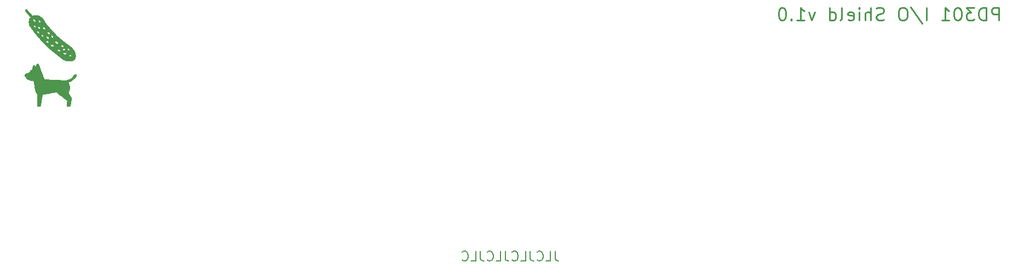
<source format=gbr>
%TF.GenerationSoftware,KiCad,Pcbnew,(5.1.10)-1*%
%TF.CreationDate,2021-10-12T00:16:37-07:00*%
%TF.ProjectId,backpanel,6261636b-7061-46e6-956c-2e6b69636164,rev?*%
%TF.SameCoordinates,PX18392c0PYda028c0*%
%TF.FileFunction,Legend,Bot*%
%TF.FilePolarity,Positive*%
%FSLAX46Y46*%
G04 Gerber Fmt 4.6, Leading zero omitted, Abs format (unit mm)*
G04 Created by KiCad (PCBNEW (5.1.10)-1) date 2021-10-12 00:16:37*
%MOMM*%
%LPD*%
G01*
G04 APERTURE LIST*
%ADD10C,0.250000*%
%ADD11C,0.200000*%
%ADD12C,0.010000*%
G04 APERTURE END LIST*
D10*
X154936309Y197215239D02*
X154936309Y199215239D01*
X154174404Y199215239D01*
X153983928Y199120000D01*
X153888690Y199024762D01*
X153793452Y198834286D01*
X153793452Y198548572D01*
X153888690Y198358096D01*
X153983928Y198262858D01*
X154174404Y198167620D01*
X154936309Y198167620D01*
X152936309Y197215239D02*
X152936309Y199215239D01*
X152460119Y199215239D01*
X152174404Y199120000D01*
X151983928Y198929524D01*
X151888690Y198739048D01*
X151793452Y198358096D01*
X151793452Y198072381D01*
X151888690Y197691429D01*
X151983928Y197500953D01*
X152174404Y197310477D01*
X152460119Y197215239D01*
X152936309Y197215239D01*
X151126785Y199215239D02*
X149888690Y199215239D01*
X150555357Y198453334D01*
X150269642Y198453334D01*
X150079166Y198358096D01*
X149983928Y198262858D01*
X149888690Y198072381D01*
X149888690Y197596191D01*
X149983928Y197405715D01*
X150079166Y197310477D01*
X150269642Y197215239D01*
X150841071Y197215239D01*
X151031547Y197310477D01*
X151126785Y197405715D01*
X148650595Y199215239D02*
X148460119Y199215239D01*
X148269642Y199120000D01*
X148174404Y199024762D01*
X148079166Y198834286D01*
X147983928Y198453334D01*
X147983928Y197977143D01*
X148079166Y197596191D01*
X148174404Y197405715D01*
X148269642Y197310477D01*
X148460119Y197215239D01*
X148650595Y197215239D01*
X148841071Y197310477D01*
X148936309Y197405715D01*
X149031547Y197596191D01*
X149126785Y197977143D01*
X149126785Y198453334D01*
X149031547Y198834286D01*
X148936309Y199024762D01*
X148841071Y199120000D01*
X148650595Y199215239D01*
X146079166Y197215239D02*
X147222023Y197215239D01*
X146650595Y197215239D02*
X146650595Y199215239D01*
X146841071Y198929524D01*
X147031547Y198739048D01*
X147222023Y198643810D01*
X143698214Y197215239D02*
X143698214Y199215239D01*
X141317261Y199310477D02*
X143031547Y196739048D01*
X140269642Y199215239D02*
X139888690Y199215239D01*
X139698214Y199120000D01*
X139507738Y198929524D01*
X139412500Y198548572D01*
X139412500Y197881905D01*
X139507738Y197500953D01*
X139698214Y197310477D01*
X139888690Y197215239D01*
X140269642Y197215239D01*
X140460119Y197310477D01*
X140650595Y197500953D01*
X140745833Y197881905D01*
X140745833Y198548572D01*
X140650595Y198929524D01*
X140460119Y199120000D01*
X140269642Y199215239D01*
X137126785Y197310477D02*
X136841071Y197215239D01*
X136364880Y197215239D01*
X136174404Y197310477D01*
X136079166Y197405715D01*
X135983928Y197596191D01*
X135983928Y197786667D01*
X136079166Y197977143D01*
X136174404Y198072381D01*
X136364880Y198167620D01*
X136745833Y198262858D01*
X136936309Y198358096D01*
X137031547Y198453334D01*
X137126785Y198643810D01*
X137126785Y198834286D01*
X137031547Y199024762D01*
X136936309Y199120000D01*
X136745833Y199215239D01*
X136269642Y199215239D01*
X135983928Y199120000D01*
X135126785Y197215239D02*
X135126785Y199215239D01*
X134269642Y197215239D02*
X134269642Y198262858D01*
X134364880Y198453334D01*
X134555357Y198548572D01*
X134841071Y198548572D01*
X135031547Y198453334D01*
X135126785Y198358096D01*
X133317261Y197215239D02*
X133317261Y198548572D01*
X133317261Y199215239D02*
X133412500Y199120000D01*
X133317261Y199024762D01*
X133222023Y199120000D01*
X133317261Y199215239D01*
X133317261Y199024762D01*
X131602976Y197310477D02*
X131793452Y197215239D01*
X132174404Y197215239D01*
X132364880Y197310477D01*
X132460119Y197500953D01*
X132460119Y198262858D01*
X132364880Y198453334D01*
X132174404Y198548572D01*
X131793452Y198548572D01*
X131602976Y198453334D01*
X131507738Y198262858D01*
X131507738Y198072381D01*
X132460119Y197881905D01*
X130364880Y197215239D02*
X130555357Y197310477D01*
X130650595Y197500953D01*
X130650595Y199215239D01*
X128745833Y197215239D02*
X128745833Y199215239D01*
X128745833Y197310477D02*
X128936309Y197215239D01*
X129317261Y197215239D01*
X129507738Y197310477D01*
X129602976Y197405715D01*
X129698214Y197596191D01*
X129698214Y198167620D01*
X129602976Y198358096D01*
X129507738Y198453334D01*
X129317261Y198548572D01*
X128936309Y198548572D01*
X128745833Y198453334D01*
X126460119Y198548572D02*
X125983928Y197215239D01*
X125507738Y198548572D01*
X123698214Y197215239D02*
X124841071Y197215239D01*
X124269642Y197215239D02*
X124269642Y199215239D01*
X124460119Y198929524D01*
X124650595Y198739048D01*
X124841071Y198643810D01*
X122841071Y197405715D02*
X122745833Y197310477D01*
X122841071Y197215239D01*
X122936309Y197310477D01*
X122841071Y197405715D01*
X122841071Y197215239D01*
X121507738Y199215239D02*
X121317261Y199215239D01*
X121126785Y199120000D01*
X121031547Y199024762D01*
X120936309Y198834286D01*
X120841071Y198453334D01*
X120841071Y197977143D01*
X120936309Y197596191D01*
X121031547Y197405715D01*
X121126785Y197310477D01*
X121317261Y197215239D01*
X121507738Y197215239D01*
X121698214Y197310477D01*
X121793452Y197405715D01*
X121888690Y197596191D01*
X121983928Y197977143D01*
X121983928Y198453334D01*
X121888690Y198834286D01*
X121793452Y199024762D01*
X121698214Y199120000D01*
X121507738Y199215239D01*
D11*
X86303571Y161476429D02*
X86303571Y160405000D01*
X86375000Y160190715D01*
X86517857Y160047858D01*
X86732142Y159976429D01*
X86875000Y159976429D01*
X84875000Y159976429D02*
X85589285Y159976429D01*
X85589285Y161476429D01*
X83517857Y160119286D02*
X83589285Y160047858D01*
X83803571Y159976429D01*
X83946428Y159976429D01*
X84160714Y160047858D01*
X84303571Y160190715D01*
X84375000Y160333572D01*
X84446428Y160619286D01*
X84446428Y160833572D01*
X84375000Y161119286D01*
X84303571Y161262143D01*
X84160714Y161405000D01*
X83946428Y161476429D01*
X83803571Y161476429D01*
X83589285Y161405000D01*
X83517857Y161333572D01*
X82446428Y161476429D02*
X82446428Y160405000D01*
X82517857Y160190715D01*
X82660714Y160047858D01*
X82875000Y159976429D01*
X83017857Y159976429D01*
X81017857Y159976429D02*
X81732142Y159976429D01*
X81732142Y161476429D01*
X79660714Y160119286D02*
X79732142Y160047858D01*
X79946428Y159976429D01*
X80089285Y159976429D01*
X80303571Y160047858D01*
X80446428Y160190715D01*
X80517857Y160333572D01*
X80589285Y160619286D01*
X80589285Y160833572D01*
X80517857Y161119286D01*
X80446428Y161262143D01*
X80303571Y161405000D01*
X80089285Y161476429D01*
X79946428Y161476429D01*
X79732142Y161405000D01*
X79660714Y161333572D01*
X78589285Y161476429D02*
X78589285Y160405000D01*
X78660714Y160190715D01*
X78803571Y160047858D01*
X79017857Y159976429D01*
X79160714Y159976429D01*
X77160714Y159976429D02*
X77875000Y159976429D01*
X77875000Y161476429D01*
X75803571Y160119286D02*
X75875000Y160047858D01*
X76089285Y159976429D01*
X76232142Y159976429D01*
X76446428Y160047858D01*
X76589285Y160190715D01*
X76660714Y160333572D01*
X76732142Y160619286D01*
X76732142Y160833572D01*
X76660714Y161119286D01*
X76589285Y161262143D01*
X76446428Y161405000D01*
X76232142Y161476429D01*
X76089285Y161476429D01*
X75875000Y161405000D01*
X75803571Y161333572D01*
X74732142Y161476429D02*
X74732142Y160405000D01*
X74803571Y160190715D01*
X74946428Y160047858D01*
X75160714Y159976429D01*
X75303571Y159976429D01*
X73303571Y159976429D02*
X74017857Y159976429D01*
X74017857Y161476429D01*
X71946428Y160119286D02*
X72017857Y160047858D01*
X72232142Y159976429D01*
X72375000Y159976429D01*
X72589285Y160047858D01*
X72732142Y160190715D01*
X72803571Y160333572D01*
X72875000Y160619286D01*
X72875000Y160833572D01*
X72803571Y161119286D01*
X72732142Y161262143D01*
X72589285Y161405000D01*
X72375000Y161476429D01*
X72232142Y161476429D01*
X72017857Y161405000D01*
X71946428Y161333572D01*
D12*
%TO.C,Ref\u002A\u002A*%
G36*
X4453507Y198927047D02*
G01*
X4402322Y198880921D01*
X4367857Y198820971D01*
X4360334Y198780638D01*
X4376251Y198720922D01*
X4423898Y198633563D01*
X4503122Y198518766D01*
X4613767Y198376737D01*
X4755679Y198207680D01*
X4928703Y198011799D01*
X5002230Y197930754D01*
X5184699Y197730925D01*
X5131742Y197661495D01*
X5058669Y197545007D01*
X4994524Y197404285D01*
X4946885Y197257408D01*
X4930691Y197181892D01*
X4915598Y196970334D01*
X4938574Y196753995D01*
X4997695Y196541972D01*
X5091036Y196343360D01*
X5117216Y196300416D01*
X5193890Y196185279D01*
X5293361Y196043461D01*
X5411240Y195880728D01*
X5543137Y195702850D01*
X5684663Y195515594D01*
X5831428Y195324727D01*
X5979042Y195136019D01*
X6123117Y194955236D01*
X6259261Y194788147D01*
X6358143Y194669834D01*
X6552855Y194445570D01*
X6770853Y194204137D01*
X7004971Y193952924D01*
X7248041Y193699323D01*
X7492898Y193450723D01*
X7732374Y193214515D01*
X7959303Y192998089D01*
X8138584Y192833760D01*
X8333933Y192661730D01*
X8540338Y192485435D01*
X8753998Y192307769D01*
X8971110Y192131625D01*
X9187875Y191959899D01*
X9400491Y191795484D01*
X9605157Y191641275D01*
X9798072Y191500165D01*
X9975435Y191375050D01*
X10133444Y191268823D01*
X10268300Y191184378D01*
X10376200Y191124610D01*
X10395588Y191115226D01*
X10557539Y191045633D01*
X10706724Y190996755D01*
X10856774Y190965748D01*
X11021320Y190949764D01*
X11206445Y190945916D01*
X11339394Y190948629D01*
X11454113Y190955022D01*
X11542101Y190964468D01*
X11588750Y190974179D01*
X11742429Y191040368D01*
X11877237Y191132805D01*
X11986090Y191245217D01*
X12061906Y191371329D01*
X12075126Y191404998D01*
X12114120Y191572625D01*
X12122066Y191732876D01*
X11491257Y191732876D01*
X11475405Y191665140D01*
X11428891Y191615208D01*
X11402948Y191602632D01*
X11342942Y191592936D01*
X11287869Y191614799D01*
X11229067Y191672111D01*
X11218111Y191685615D01*
X11171187Y191766100D01*
X11157348Y191840921D01*
X11174650Y191902989D01*
X11221148Y191945211D01*
X11293505Y191960500D01*
X11349910Y191950083D01*
X11401809Y191913235D01*
X11427808Y191885681D01*
X11475656Y191809396D01*
X11491257Y191732876D01*
X12122066Y191732876D01*
X12123481Y191761408D01*
X12103948Y191963016D01*
X12069732Y192110906D01*
X10718210Y192110906D01*
X10690042Y192045254D01*
X10627753Y191989385D01*
X10604476Y191976408D01*
X10499770Y191943035D01*
X10397280Y191950901D01*
X10339777Y191972569D01*
X10276822Y192018762D01*
X10239596Y192079394D01*
X10233819Y192142762D01*
X10243380Y192169762D01*
X10296068Y192227115D01*
X10369306Y192251741D01*
X10416595Y192248907D01*
X10481320Y192246715D01*
X10530510Y192256869D01*
X10601325Y192263421D01*
X10665632Y192233921D01*
X10708330Y192178696D01*
X10718210Y192110906D01*
X12069732Y192110906D01*
X12056263Y192169120D01*
X11991319Y192348243D01*
X11921769Y192498673D01*
X11906419Y192526367D01*
X9780668Y192526367D01*
X9765170Y192462597D01*
X9746050Y192430877D01*
X9696236Y192391847D01*
X9625973Y192388729D01*
X9534271Y192421498D01*
X9526984Y192425155D01*
X9439595Y192477094D01*
X9369866Y192532684D01*
X9325465Y192584933D01*
X9313334Y192619940D01*
X9332354Y192695433D01*
X9383695Y192751641D01*
X9412368Y192766272D01*
X9447843Y192773840D01*
X9488627Y192766625D01*
X9545814Y192741410D01*
X9601309Y192711459D01*
X9700502Y192647377D01*
X9759700Y192586820D01*
X9780668Y192526367D01*
X11906419Y192526367D01*
X11848098Y192631587D01*
X11829506Y192658758D01*
X11218148Y192658758D01*
X11191915Y192601536D01*
X11181292Y192590960D01*
X11123574Y192553359D01*
X11066384Y192546961D01*
X11002061Y192573166D01*
X10922943Y192633375D01*
X10916030Y192639451D01*
X10859661Y192708867D01*
X10854642Y192726163D01*
X10534147Y192726163D01*
X10509446Y192666865D01*
X10471959Y192634769D01*
X10372273Y192594108D01*
X10279499Y192579965D01*
X10202751Y192592755D01*
X10160825Y192620658D01*
X10124775Y192686303D01*
X10121648Y192760102D01*
X10145334Y192815746D01*
X10187926Y192847680D01*
X10256624Y192874765D01*
X10335208Y192892939D01*
X10407457Y192898138D01*
X10447062Y192891335D01*
X10501670Y192851646D01*
X10531127Y192792173D01*
X10534147Y192726163D01*
X10854642Y192726163D01*
X10839401Y192778680D01*
X10852880Y192841001D01*
X10897730Y192887942D01*
X10971580Y192911614D01*
X10998200Y192913000D01*
X11071746Y192896759D01*
X11135691Y192854107D01*
X11184859Y192794151D01*
X11214070Y192725999D01*
X11218148Y192658758D01*
X11829506Y192658758D01*
X11765199Y192752738D01*
X11667964Y192867881D01*
X11551286Y192982768D01*
X11410057Y193103154D01*
X11302140Y193186284D01*
X10308073Y193186284D01*
X10288720Y193124310D01*
X10261124Y193094117D01*
X10209747Y193068103D01*
X10155729Y193065888D01*
X10088995Y193088976D01*
X10011940Y193131304D01*
X9917789Y193197348D01*
X9863563Y193259355D01*
X9847415Y193320165D01*
X9851613Y193336843D01*
X8805334Y193336843D01*
X8788581Y193284385D01*
X8747743Y193230209D01*
X8696946Y193190811D01*
X8672620Y193181883D01*
X8609880Y193172311D01*
X8557253Y193173334D01*
X8495112Y193186486D01*
X8450505Y193199225D01*
X8363130Y193237237D01*
X8296726Y193289670D01*
X8259779Y193348783D01*
X8255000Y193377530D01*
X8268670Y193417617D01*
X8299993Y193461312D01*
X8337236Y193492288D01*
X8380463Y193501401D01*
X8432285Y193496327D01*
X8510595Y193486907D01*
X8598536Y193479738D01*
X8621991Y193478483D01*
X8709503Y193460560D01*
X8772213Y193419044D01*
X8803228Y193359260D01*
X8805334Y193336843D01*
X9851613Y193336843D01*
X9859060Y193366425D01*
X9897716Y193417312D01*
X9939557Y193446842D01*
X9975536Y193458432D01*
X10012682Y193455054D01*
X10064117Y193433845D01*
X10110787Y193409488D01*
X10180022Y193369564D01*
X10238978Y193331161D01*
X10267419Y193309051D01*
X10301140Y193253549D01*
X10308073Y193186284D01*
X11302140Y193186284D01*
X11239169Y193234791D01*
X11139660Y193307600D01*
X10671244Y193656057D01*
X10605772Y193708044D01*
X9461500Y193708044D01*
X9443454Y193659965D01*
X9398821Y193612863D01*
X9341860Y193578841D01*
X9297853Y193569167D01*
X9259828Y193577201D01*
X9214063Y193604560D01*
X9153709Y193656132D01*
X9093162Y193715240D01*
X9017282Y193795803D01*
X8970929Y193855804D01*
X8968716Y193860596D01*
X7972670Y193860596D01*
X7951596Y193797158D01*
X7929907Y193771316D01*
X7882943Y193732912D01*
X7837681Y193720964D01*
X7783165Y193735969D01*
X7708440Y193778425D01*
X7703481Y193781595D01*
X7618523Y193849499D01*
X7573262Y193917834D01*
X7568616Y193984704D01*
X7586002Y194023790D01*
X7638688Y194078034D01*
X7702228Y194094289D01*
X7778685Y194072369D01*
X7870127Y194012089D01*
X7888860Y193996710D01*
X7951727Y193927282D01*
X7972670Y193860596D01*
X8968716Y193860596D01*
X8950209Y193900663D01*
X8948209Y193917024D01*
X8966960Y193987430D01*
X9016939Y194036809D01*
X9088731Y194055987D01*
X9090787Y194056000D01*
X9127285Y194050950D01*
X9165620Y194032180D01*
X9213383Y193994266D01*
X9278167Y193931781D01*
X9309757Y193899506D01*
X9373347Y193830687D01*
X9423832Y193769889D01*
X9454822Y193725172D01*
X9461500Y193708044D01*
X10605772Y193708044D01*
X10233360Y194003750D01*
X9815353Y194359703D01*
X9655343Y194505800D01*
X8023494Y194505800D01*
X8014321Y194441222D01*
X7965396Y194388070D01*
X7948084Y194377115D01*
X7892194Y194360968D01*
X7829362Y194376451D01*
X7754762Y194425585D01*
X7687934Y194485981D01*
X7606073Y194578531D01*
X7563807Y194657448D01*
X7560998Y194723710D01*
X7597507Y194778297D01*
X7642667Y194808193D01*
X7694813Y194824931D01*
X7747560Y194817185D01*
X7807403Y194781805D01*
X7880839Y194715639D01*
X7922292Y194672589D01*
X7992842Y194582643D01*
X8023494Y194505800D01*
X9655343Y194505800D01*
X9507169Y194641090D01*
X8738784Y194641090D01*
X8722854Y194602413D01*
X8690796Y194570831D01*
X8633999Y194532924D01*
X8581819Y194526727D01*
X8526120Y194554000D01*
X8458764Y194616506D01*
X8453437Y194622209D01*
X8384746Y194705259D01*
X8349632Y194773121D01*
X8345643Y194832829D01*
X8353600Y194853822D01*
X7173909Y194853822D01*
X7153090Y194790816D01*
X7129478Y194761156D01*
X7072959Y194720980D01*
X7011524Y194718892D01*
X6940923Y194755404D01*
X6900395Y194788714D01*
X6837941Y194860047D01*
X6816454Y194925917D01*
X6835432Y194989364D01*
X6861690Y195023011D01*
X6921379Y195064576D01*
X6986104Y195065812D01*
X7058068Y195026441D01*
X7095233Y194993621D01*
X7154800Y194920225D01*
X7173909Y194853822D01*
X8353600Y194853822D01*
X8363536Y194880034D01*
X8399856Y194921073D01*
X8457495Y194939297D01*
X8474575Y194941103D01*
X8525890Y194941041D01*
X8566556Y194925724D01*
X8611668Y194887788D01*
X8636965Y194861874D01*
X8697682Y194783032D01*
X8731478Y194706472D01*
X8733324Y194697977D01*
X8738784Y194641090D01*
X9507169Y194641090D01*
X9406569Y194732942D01*
X9056967Y195071950D01*
X8927970Y195202834D01*
X8192861Y195202834D01*
X8178931Y195144057D01*
X8139960Y195099943D01*
X8081670Y195076470D01*
X8009782Y195079614D01*
X7930019Y195115352D01*
X7916334Y195124917D01*
X7865465Y195158105D01*
X7825819Y195176515D01*
X7818172Y195177834D01*
X7783642Y195195941D01*
X7750555Y195239835D01*
X7729061Y195293875D01*
X7725869Y195319843D01*
X6582834Y195319843D01*
X6564205Y195263357D01*
X6517588Y195213322D01*
X6456884Y195182295D01*
X6425618Y195177834D01*
X6382252Y195183833D01*
X6339654Y195206221D01*
X6287620Y195251585D01*
X6247238Y195292983D01*
X6182261Y195367499D01*
X6148523Y195424838D01*
X6143776Y195473724D01*
X6165774Y195522881D01*
X6182203Y195545396D01*
X6230690Y195590510D01*
X6282795Y195602458D01*
X6343176Y195580086D01*
X6416489Y195522239D01*
X6463195Y195475739D01*
X6518883Y195413831D01*
X6560760Y195360565D01*
X6581696Y195325231D01*
X6582834Y195319843D01*
X7725869Y195319843D01*
X7725834Y195320127D01*
X7744987Y195382645D01*
X7795630Y195429465D01*
X7867538Y195452106D01*
X7885975Y195453000D01*
X7963299Y195444162D01*
X8032834Y195413297D01*
X8108301Y195353885D01*
X8122709Y195340475D01*
X8176027Y195270299D01*
X8192861Y195202834D01*
X8927970Y195202834D01*
X8756326Y195376987D01*
X8475814Y195674770D01*
X8219640Y195961000D01*
X7493000Y195961000D01*
X7480490Y195919549D01*
X7450277Y195870074D01*
X7449131Y195868605D01*
X7392945Y195822026D01*
X7327719Y195815167D01*
X7251788Y195848183D01*
X7194641Y195892209D01*
X7119412Y195959298D01*
X7070776Y196005904D01*
X7043025Y196038906D01*
X7042111Y196040818D01*
X6690180Y196040818D01*
X6683165Y195977452D01*
X6641624Y195930451D01*
X6581495Y195901298D01*
X6522522Y195903655D01*
X6457378Y195939551D01*
X6389310Y196000310D01*
X6320163Y196080928D01*
X6288809Y196148865D01*
X6294247Y196208380D01*
X6325944Y196253244D01*
X5992327Y196253244D01*
X5984790Y196189846D01*
X5943124Y196142117D01*
X5877903Y196112177D01*
X5812915Y196117824D01*
X5741816Y196160520D01*
X5699927Y196198241D01*
X5637112Y196271249D01*
X5612092Y196333250D01*
X5623897Y196390247D01*
X5661122Y196438213D01*
X5714171Y196478063D01*
X5766838Y196485225D01*
X5826823Y196458534D01*
X5895390Y196402805D01*
X5962286Y196325544D01*
X5992327Y196253244D01*
X6325944Y196253244D01*
X6328834Y196257334D01*
X6385969Y196294794D01*
X6448545Y196295320D01*
X6520275Y196258089D01*
X6587398Y196199921D01*
X6658142Y196115545D01*
X6690180Y196040818D01*
X7042111Y196040818D01*
X7030450Y196065185D01*
X7027344Y196091621D01*
X7027334Y196093874D01*
X7045106Y196166853D01*
X7092861Y196217201D01*
X7162258Y196236166D01*
X7162942Y196236167D01*
X7229204Y196221205D01*
X7304359Y196181932D01*
X7378309Y196126768D01*
X7440952Y196064133D01*
X7482189Y196002448D01*
X7493000Y195961000D01*
X8219640Y195961000D01*
X8209040Y195972843D01*
X7949607Y196278750D01*
X7691121Y196600035D01*
X7427188Y196944241D01*
X7383545Y197003536D01*
X6749463Y197003536D01*
X6730719Y196961875D01*
X6730170Y196960897D01*
X6679803Y196901132D01*
X6616574Y196867417D01*
X6559138Y196865695D01*
X6526238Y196887726D01*
X6480420Y196934824D01*
X6433925Y196993692D01*
X6377867Y197082883D01*
X6363378Y197124997D01*
X5942290Y197124997D01*
X5918582Y197080358D01*
X5901509Y197062492D01*
X5835649Y197024512D01*
X5765300Y197028565D01*
X5718215Y197053332D01*
X5658773Y197107807D01*
X5604197Y197179374D01*
X5563532Y197253921D01*
X5545827Y197317337D01*
X5545667Y197322468D01*
X5557112Y197382293D01*
X5580698Y197425125D01*
X5633657Y197456489D01*
X5698638Y197460990D01*
X5756255Y197438456D01*
X5768861Y197426792D01*
X5856108Y197322832D01*
X5912879Y197241222D01*
X5940998Y197176947D01*
X5942290Y197124997D01*
X6363378Y197124997D01*
X6353972Y197152336D01*
X6361191Y197208567D01*
X6392334Y197252167D01*
X6455501Y197290675D01*
X6524993Y197289869D01*
X6597097Y197251563D01*
X6668103Y197177571D01*
X6723587Y197090280D01*
X6747437Y197039442D01*
X6749463Y197003536D01*
X7383545Y197003536D01*
X7151412Y197318913D01*
X7146197Y197326126D01*
X7044438Y197464885D01*
X6960208Y197574211D01*
X6887904Y197660122D01*
X6821923Y197728639D01*
X6756663Y197785783D01*
X6686520Y197837575D01*
X6643768Y197865999D01*
X6504021Y197946070D01*
X6367823Y198000105D01*
X6222147Y198031674D01*
X6053968Y198044343D01*
X5990167Y198044981D01*
X5871674Y198043057D01*
X5782980Y198036953D01*
X5711627Y198025038D01*
X5645156Y198005681D01*
X5619750Y197996474D01*
X5551060Y197970995D01*
X5498073Y197952066D01*
X5474244Y197944360D01*
X5452788Y197957733D01*
X5408603Y197998477D01*
X5346234Y198061590D01*
X5270226Y198142069D01*
X5185126Y198234911D01*
X5095479Y198335113D01*
X5005832Y198437673D01*
X4920730Y198537588D01*
X4844720Y198629854D01*
X4799975Y198686410D01*
X4720300Y198787487D01*
X4659516Y198858857D01*
X4612125Y198905416D01*
X4572628Y198932059D01*
X4535526Y198943680D01*
X4508930Y198945500D01*
X4453507Y198927047D01*
G37*
X4453507Y198927047D02*
X4402322Y198880921D01*
X4367857Y198820971D01*
X4360334Y198780638D01*
X4376251Y198720922D01*
X4423898Y198633563D01*
X4503122Y198518766D01*
X4613767Y198376737D01*
X4755679Y198207680D01*
X4928703Y198011799D01*
X5002230Y197930754D01*
X5184699Y197730925D01*
X5131742Y197661495D01*
X5058669Y197545007D01*
X4994524Y197404285D01*
X4946885Y197257408D01*
X4930691Y197181892D01*
X4915598Y196970334D01*
X4938574Y196753995D01*
X4997695Y196541972D01*
X5091036Y196343360D01*
X5117216Y196300416D01*
X5193890Y196185279D01*
X5293361Y196043461D01*
X5411240Y195880728D01*
X5543137Y195702850D01*
X5684663Y195515594D01*
X5831428Y195324727D01*
X5979042Y195136019D01*
X6123117Y194955236D01*
X6259261Y194788147D01*
X6358143Y194669834D01*
X6552855Y194445570D01*
X6770853Y194204137D01*
X7004971Y193952924D01*
X7248041Y193699323D01*
X7492898Y193450723D01*
X7732374Y193214515D01*
X7959303Y192998089D01*
X8138584Y192833760D01*
X8333933Y192661730D01*
X8540338Y192485435D01*
X8753998Y192307769D01*
X8971110Y192131625D01*
X9187875Y191959899D01*
X9400491Y191795484D01*
X9605157Y191641275D01*
X9798072Y191500165D01*
X9975435Y191375050D01*
X10133444Y191268823D01*
X10268300Y191184378D01*
X10376200Y191124610D01*
X10395588Y191115226D01*
X10557539Y191045633D01*
X10706724Y190996755D01*
X10856774Y190965748D01*
X11021320Y190949764D01*
X11206445Y190945916D01*
X11339394Y190948629D01*
X11454113Y190955022D01*
X11542101Y190964468D01*
X11588750Y190974179D01*
X11742429Y191040368D01*
X11877237Y191132805D01*
X11986090Y191245217D01*
X12061906Y191371329D01*
X12075126Y191404998D01*
X12114120Y191572625D01*
X12122066Y191732876D01*
X11491257Y191732876D01*
X11475405Y191665140D01*
X11428891Y191615208D01*
X11402948Y191602632D01*
X11342942Y191592936D01*
X11287869Y191614799D01*
X11229067Y191672111D01*
X11218111Y191685615D01*
X11171187Y191766100D01*
X11157348Y191840921D01*
X11174650Y191902989D01*
X11221148Y191945211D01*
X11293505Y191960500D01*
X11349910Y191950083D01*
X11401809Y191913235D01*
X11427808Y191885681D01*
X11475656Y191809396D01*
X11491257Y191732876D01*
X12122066Y191732876D01*
X12123481Y191761408D01*
X12103948Y191963016D01*
X12069732Y192110906D01*
X10718210Y192110906D01*
X10690042Y192045254D01*
X10627753Y191989385D01*
X10604476Y191976408D01*
X10499770Y191943035D01*
X10397280Y191950901D01*
X10339777Y191972569D01*
X10276822Y192018762D01*
X10239596Y192079394D01*
X10233819Y192142762D01*
X10243380Y192169762D01*
X10296068Y192227115D01*
X10369306Y192251741D01*
X10416595Y192248907D01*
X10481320Y192246715D01*
X10530510Y192256869D01*
X10601325Y192263421D01*
X10665632Y192233921D01*
X10708330Y192178696D01*
X10718210Y192110906D01*
X12069732Y192110906D01*
X12056263Y192169120D01*
X11991319Y192348243D01*
X11921769Y192498673D01*
X11906419Y192526367D01*
X9780668Y192526367D01*
X9765170Y192462597D01*
X9746050Y192430877D01*
X9696236Y192391847D01*
X9625973Y192388729D01*
X9534271Y192421498D01*
X9526984Y192425155D01*
X9439595Y192477094D01*
X9369866Y192532684D01*
X9325465Y192584933D01*
X9313334Y192619940D01*
X9332354Y192695433D01*
X9383695Y192751641D01*
X9412368Y192766272D01*
X9447843Y192773840D01*
X9488627Y192766625D01*
X9545814Y192741410D01*
X9601309Y192711459D01*
X9700502Y192647377D01*
X9759700Y192586820D01*
X9780668Y192526367D01*
X11906419Y192526367D01*
X11848098Y192631587D01*
X11829506Y192658758D01*
X11218148Y192658758D01*
X11191915Y192601536D01*
X11181292Y192590960D01*
X11123574Y192553359D01*
X11066384Y192546961D01*
X11002061Y192573166D01*
X10922943Y192633375D01*
X10916030Y192639451D01*
X10859661Y192708867D01*
X10854642Y192726163D01*
X10534147Y192726163D01*
X10509446Y192666865D01*
X10471959Y192634769D01*
X10372273Y192594108D01*
X10279499Y192579965D01*
X10202751Y192592755D01*
X10160825Y192620658D01*
X10124775Y192686303D01*
X10121648Y192760102D01*
X10145334Y192815746D01*
X10187926Y192847680D01*
X10256624Y192874765D01*
X10335208Y192892939D01*
X10407457Y192898138D01*
X10447062Y192891335D01*
X10501670Y192851646D01*
X10531127Y192792173D01*
X10534147Y192726163D01*
X10854642Y192726163D01*
X10839401Y192778680D01*
X10852880Y192841001D01*
X10897730Y192887942D01*
X10971580Y192911614D01*
X10998200Y192913000D01*
X11071746Y192896759D01*
X11135691Y192854107D01*
X11184859Y192794151D01*
X11214070Y192725999D01*
X11218148Y192658758D01*
X11829506Y192658758D01*
X11765199Y192752738D01*
X11667964Y192867881D01*
X11551286Y192982768D01*
X11410057Y193103154D01*
X11302140Y193186284D01*
X10308073Y193186284D01*
X10288720Y193124310D01*
X10261124Y193094117D01*
X10209747Y193068103D01*
X10155729Y193065888D01*
X10088995Y193088976D01*
X10011940Y193131304D01*
X9917789Y193197348D01*
X9863563Y193259355D01*
X9847415Y193320165D01*
X9851613Y193336843D01*
X8805334Y193336843D01*
X8788581Y193284385D01*
X8747743Y193230209D01*
X8696946Y193190811D01*
X8672620Y193181883D01*
X8609880Y193172311D01*
X8557253Y193173334D01*
X8495112Y193186486D01*
X8450505Y193199225D01*
X8363130Y193237237D01*
X8296726Y193289670D01*
X8259779Y193348783D01*
X8255000Y193377530D01*
X8268670Y193417617D01*
X8299993Y193461312D01*
X8337236Y193492288D01*
X8380463Y193501401D01*
X8432285Y193496327D01*
X8510595Y193486907D01*
X8598536Y193479738D01*
X8621991Y193478483D01*
X8709503Y193460560D01*
X8772213Y193419044D01*
X8803228Y193359260D01*
X8805334Y193336843D01*
X9851613Y193336843D01*
X9859060Y193366425D01*
X9897716Y193417312D01*
X9939557Y193446842D01*
X9975536Y193458432D01*
X10012682Y193455054D01*
X10064117Y193433845D01*
X10110787Y193409488D01*
X10180022Y193369564D01*
X10238978Y193331161D01*
X10267419Y193309051D01*
X10301140Y193253549D01*
X10308073Y193186284D01*
X11302140Y193186284D01*
X11239169Y193234791D01*
X11139660Y193307600D01*
X10671244Y193656057D01*
X10605772Y193708044D01*
X9461500Y193708044D01*
X9443454Y193659965D01*
X9398821Y193612863D01*
X9341860Y193578841D01*
X9297853Y193569167D01*
X9259828Y193577201D01*
X9214063Y193604560D01*
X9153709Y193656132D01*
X9093162Y193715240D01*
X9017282Y193795803D01*
X8970929Y193855804D01*
X8968716Y193860596D01*
X7972670Y193860596D01*
X7951596Y193797158D01*
X7929907Y193771316D01*
X7882943Y193732912D01*
X7837681Y193720964D01*
X7783165Y193735969D01*
X7708440Y193778425D01*
X7703481Y193781595D01*
X7618523Y193849499D01*
X7573262Y193917834D01*
X7568616Y193984704D01*
X7586002Y194023790D01*
X7638688Y194078034D01*
X7702228Y194094289D01*
X7778685Y194072369D01*
X7870127Y194012089D01*
X7888860Y193996710D01*
X7951727Y193927282D01*
X7972670Y193860596D01*
X8968716Y193860596D01*
X8950209Y193900663D01*
X8948209Y193917024D01*
X8966960Y193987430D01*
X9016939Y194036809D01*
X9088731Y194055987D01*
X9090787Y194056000D01*
X9127285Y194050950D01*
X9165620Y194032180D01*
X9213383Y193994266D01*
X9278167Y193931781D01*
X9309757Y193899506D01*
X9373347Y193830687D01*
X9423832Y193769889D01*
X9454822Y193725172D01*
X9461500Y193708044D01*
X10605772Y193708044D01*
X10233360Y194003750D01*
X9815353Y194359703D01*
X9655343Y194505800D01*
X8023494Y194505800D01*
X8014321Y194441222D01*
X7965396Y194388070D01*
X7948084Y194377115D01*
X7892194Y194360968D01*
X7829362Y194376451D01*
X7754762Y194425585D01*
X7687934Y194485981D01*
X7606073Y194578531D01*
X7563807Y194657448D01*
X7560998Y194723710D01*
X7597507Y194778297D01*
X7642667Y194808193D01*
X7694813Y194824931D01*
X7747560Y194817185D01*
X7807403Y194781805D01*
X7880839Y194715639D01*
X7922292Y194672589D01*
X7992842Y194582643D01*
X8023494Y194505800D01*
X9655343Y194505800D01*
X9507169Y194641090D01*
X8738784Y194641090D01*
X8722854Y194602413D01*
X8690796Y194570831D01*
X8633999Y194532924D01*
X8581819Y194526727D01*
X8526120Y194554000D01*
X8458764Y194616506D01*
X8453437Y194622209D01*
X8384746Y194705259D01*
X8349632Y194773121D01*
X8345643Y194832829D01*
X8353600Y194853822D01*
X7173909Y194853822D01*
X7153090Y194790816D01*
X7129478Y194761156D01*
X7072959Y194720980D01*
X7011524Y194718892D01*
X6940923Y194755404D01*
X6900395Y194788714D01*
X6837941Y194860047D01*
X6816454Y194925917D01*
X6835432Y194989364D01*
X6861690Y195023011D01*
X6921379Y195064576D01*
X6986104Y195065812D01*
X7058068Y195026441D01*
X7095233Y194993621D01*
X7154800Y194920225D01*
X7173909Y194853822D01*
X8353600Y194853822D01*
X8363536Y194880034D01*
X8399856Y194921073D01*
X8457495Y194939297D01*
X8474575Y194941103D01*
X8525890Y194941041D01*
X8566556Y194925724D01*
X8611668Y194887788D01*
X8636965Y194861874D01*
X8697682Y194783032D01*
X8731478Y194706472D01*
X8733324Y194697977D01*
X8738784Y194641090D01*
X9507169Y194641090D01*
X9406569Y194732942D01*
X9056967Y195071950D01*
X8927970Y195202834D01*
X8192861Y195202834D01*
X8178931Y195144057D01*
X8139960Y195099943D01*
X8081670Y195076470D01*
X8009782Y195079614D01*
X7930019Y195115352D01*
X7916334Y195124917D01*
X7865465Y195158105D01*
X7825819Y195176515D01*
X7818172Y195177834D01*
X7783642Y195195941D01*
X7750555Y195239835D01*
X7729061Y195293875D01*
X7725869Y195319843D01*
X6582834Y195319843D01*
X6564205Y195263357D01*
X6517588Y195213322D01*
X6456884Y195182295D01*
X6425618Y195177834D01*
X6382252Y195183833D01*
X6339654Y195206221D01*
X6287620Y195251585D01*
X6247238Y195292983D01*
X6182261Y195367499D01*
X6148523Y195424838D01*
X6143776Y195473724D01*
X6165774Y195522881D01*
X6182203Y195545396D01*
X6230690Y195590510D01*
X6282795Y195602458D01*
X6343176Y195580086D01*
X6416489Y195522239D01*
X6463195Y195475739D01*
X6518883Y195413831D01*
X6560760Y195360565D01*
X6581696Y195325231D01*
X6582834Y195319843D01*
X7725869Y195319843D01*
X7725834Y195320127D01*
X7744987Y195382645D01*
X7795630Y195429465D01*
X7867538Y195452106D01*
X7885975Y195453000D01*
X7963299Y195444162D01*
X8032834Y195413297D01*
X8108301Y195353885D01*
X8122709Y195340475D01*
X8176027Y195270299D01*
X8192861Y195202834D01*
X8927970Y195202834D01*
X8756326Y195376987D01*
X8475814Y195674770D01*
X8219640Y195961000D01*
X7493000Y195961000D01*
X7480490Y195919549D01*
X7450277Y195870074D01*
X7449131Y195868605D01*
X7392945Y195822026D01*
X7327719Y195815167D01*
X7251788Y195848183D01*
X7194641Y195892209D01*
X7119412Y195959298D01*
X7070776Y196005904D01*
X7043025Y196038906D01*
X7042111Y196040818D01*
X6690180Y196040818D01*
X6683165Y195977452D01*
X6641624Y195930451D01*
X6581495Y195901298D01*
X6522522Y195903655D01*
X6457378Y195939551D01*
X6389310Y196000310D01*
X6320163Y196080928D01*
X6288809Y196148865D01*
X6294247Y196208380D01*
X6325944Y196253244D01*
X5992327Y196253244D01*
X5984790Y196189846D01*
X5943124Y196142117D01*
X5877903Y196112177D01*
X5812915Y196117824D01*
X5741816Y196160520D01*
X5699927Y196198241D01*
X5637112Y196271249D01*
X5612092Y196333250D01*
X5623897Y196390247D01*
X5661122Y196438213D01*
X5714171Y196478063D01*
X5766838Y196485225D01*
X5826823Y196458534D01*
X5895390Y196402805D01*
X5962286Y196325544D01*
X5992327Y196253244D01*
X6325944Y196253244D01*
X6328834Y196257334D01*
X6385969Y196294794D01*
X6448545Y196295320D01*
X6520275Y196258089D01*
X6587398Y196199921D01*
X6658142Y196115545D01*
X6690180Y196040818D01*
X7042111Y196040818D01*
X7030450Y196065185D01*
X7027344Y196091621D01*
X7027334Y196093874D01*
X7045106Y196166853D01*
X7092861Y196217201D01*
X7162258Y196236166D01*
X7162942Y196236167D01*
X7229204Y196221205D01*
X7304359Y196181932D01*
X7378309Y196126768D01*
X7440952Y196064133D01*
X7482189Y196002448D01*
X7493000Y195961000D01*
X8219640Y195961000D01*
X8209040Y195972843D01*
X7949607Y196278750D01*
X7691121Y196600035D01*
X7427188Y196944241D01*
X7383545Y197003536D01*
X6749463Y197003536D01*
X6730719Y196961875D01*
X6730170Y196960897D01*
X6679803Y196901132D01*
X6616574Y196867417D01*
X6559138Y196865695D01*
X6526238Y196887726D01*
X6480420Y196934824D01*
X6433925Y196993692D01*
X6377867Y197082883D01*
X6363378Y197124997D01*
X5942290Y197124997D01*
X5918582Y197080358D01*
X5901509Y197062492D01*
X5835649Y197024512D01*
X5765300Y197028565D01*
X5718215Y197053332D01*
X5658773Y197107807D01*
X5604197Y197179374D01*
X5563532Y197253921D01*
X5545827Y197317337D01*
X5545667Y197322468D01*
X5557112Y197382293D01*
X5580698Y197425125D01*
X5633657Y197456489D01*
X5698638Y197460990D01*
X5756255Y197438456D01*
X5768861Y197426792D01*
X5856108Y197322832D01*
X5912879Y197241222D01*
X5940998Y197176947D01*
X5942290Y197124997D01*
X6363378Y197124997D01*
X6353972Y197152336D01*
X6361191Y197208567D01*
X6392334Y197252167D01*
X6455501Y197290675D01*
X6524993Y197289869D01*
X6597097Y197251563D01*
X6668103Y197177571D01*
X6723587Y197090280D01*
X6747437Y197039442D01*
X6749463Y197003536D01*
X7383545Y197003536D01*
X7151412Y197318913D01*
X7146197Y197326126D01*
X7044438Y197464885D01*
X6960208Y197574211D01*
X6887904Y197660122D01*
X6821923Y197728639D01*
X6756663Y197785783D01*
X6686520Y197837575D01*
X6643768Y197865999D01*
X6504021Y197946070D01*
X6367823Y198000105D01*
X6222147Y198031674D01*
X6053968Y198044343D01*
X5990167Y198044981D01*
X5871674Y198043057D01*
X5782980Y198036953D01*
X5711627Y198025038D01*
X5645156Y198005681D01*
X5619750Y197996474D01*
X5551060Y197970995D01*
X5498073Y197952066D01*
X5474244Y197944360D01*
X5452788Y197957733D01*
X5408603Y197998477D01*
X5346234Y198061590D01*
X5270226Y198142069D01*
X5185126Y198234911D01*
X5095479Y198335113D01*
X5005832Y198437673D01*
X4920730Y198537588D01*
X4844720Y198629854D01*
X4799975Y198686410D01*
X4720300Y198787487D01*
X4659516Y198858857D01*
X4612125Y198905416D01*
X4572628Y198932059D01*
X4535526Y198943680D01*
X4508930Y198945500D01*
X4453507Y198927047D01*
G36*
X6215056Y190506266D02*
G01*
X6153720Y190468691D01*
X6122907Y190428875D01*
X6108279Y190388223D01*
X6086741Y190319204D01*
X6062156Y190234389D01*
X6053437Y190202893D01*
X6004062Y190022202D01*
X5884951Y190144685D01*
X5804207Y190219694D01*
X5738465Y190259663D01*
X5681158Y190265976D01*
X5625723Y190240021D01*
X5588393Y190207316D01*
X5562026Y190178354D01*
X5543971Y190147878D01*
X5531869Y190106572D01*
X5523360Y190045122D01*
X5516084Y189954212D01*
X5513176Y189910383D01*
X5497810Y189673301D01*
X5394116Y189628693D01*
X5302175Y189574196D01*
X5212895Y189495710D01*
X5137201Y189405065D01*
X5086018Y189314094D01*
X5075815Y189283984D01*
X5052436Y189196576D01*
X4685238Y189050934D01*
X4566947Y189002846D01*
X4460996Y188957569D01*
X4374254Y188918216D01*
X4313589Y188887897D01*
X4286270Y188870188D01*
X4254547Y188805534D01*
X4255409Y188723356D01*
X4285417Y188628368D01*
X4341130Y188525283D01*
X4419111Y188418812D01*
X4515921Y188313669D01*
X4628119Y188214567D01*
X4752267Y188126218D01*
X4881019Y188055173D01*
X5045072Y187994520D01*
X5227594Y187955344D01*
X5408521Y187941593D01*
X5453009Y187942678D01*
X5603768Y187949967D01*
X5798802Y187050109D01*
X5841114Y186857072D01*
X5882214Y186673681D01*
X5920954Y186504775D01*
X5956184Y186355194D01*
X5986754Y186229774D01*
X6011515Y186133357D01*
X6029316Y186070780D01*
X6035871Y186052197D01*
X6074691Y185979611D01*
X6122389Y185913503D01*
X6139870Y185894779D01*
X6201834Y185835414D01*
X6201834Y184949323D01*
X6201740Y184713625D01*
X6202063Y184516769D01*
X6203706Y184355265D01*
X6207575Y184225625D01*
X6214575Y184124360D01*
X6225611Y184047980D01*
X6241588Y183992997D01*
X6263410Y183955922D01*
X6291983Y183933265D01*
X6328211Y183921538D01*
X6372999Y183917252D01*
X6427253Y183916918D01*
X6469540Y183917167D01*
X6568192Y183921234D01*
X6634126Y183935985D01*
X6676399Y183965246D01*
X6704068Y184012841D01*
X6705669Y184016900D01*
X6713827Y184050305D01*
X6727489Y184120745D01*
X6745836Y184223394D01*
X6768049Y184353430D01*
X6793308Y184506027D01*
X6820794Y184676361D01*
X6849689Y184859609D01*
X6859470Y184922584D01*
X6887966Y185106390D01*
X6914479Y185276659D01*
X6938308Y185428961D01*
X6958757Y185558865D01*
X6975125Y185661939D01*
X6986715Y185733753D01*
X6992829Y185769877D01*
X6993576Y185773332D01*
X7014388Y185778029D01*
X7069818Y185788340D01*
X7152716Y185802993D01*
X7255934Y185820713D01*
X7324221Y185832217D01*
X7422494Y185848789D01*
X7555166Y185871352D01*
X7714925Y185898653D01*
X7894462Y185929439D01*
X8086467Y185962457D01*
X8283628Y185996454D01*
X8454122Y186025930D01*
X8659209Y186061299D01*
X8826547Y186089736D01*
X8960062Y186111735D01*
X9063682Y186127791D01*
X9141334Y186138400D01*
X9196945Y186144055D01*
X9234441Y186145252D01*
X9257751Y186142485D01*
X9270801Y186136249D01*
X9276269Y186129500D01*
X9306774Y186080662D01*
X9345860Y186029734D01*
X9396647Y185974005D01*
X9462252Y185910761D01*
X9545795Y185837290D01*
X9650394Y185750880D01*
X9779166Y185648816D01*
X9935232Y185528387D01*
X10121708Y185386881D01*
X10183365Y185340426D01*
X10893914Y184805769D01*
X10834076Y184483176D01*
X10804061Y184315416D01*
X10784755Y184184472D01*
X10777830Y184085804D01*
X10784958Y184014873D01*
X10807809Y183967137D01*
X10848055Y183938056D01*
X10907367Y183923089D01*
X10987416Y183917697D01*
X11042408Y183917167D01*
X11134035Y183918814D01*
X11193957Y183925104D01*
X11232721Y183938061D01*
X11260129Y183958962D01*
X11296121Y184008411D01*
X11312780Y184048920D01*
X11325000Y184107563D01*
X11342077Y184195650D01*
X11362799Y184306326D01*
X11385952Y184432736D01*
X11410323Y184568026D01*
X11434698Y184705340D01*
X11457863Y184837823D01*
X11478605Y184958621D01*
X11495711Y185060878D01*
X11507965Y185137739D01*
X11514156Y185182350D01*
X11514667Y185189278D01*
X11501364Y185227501D01*
X11462548Y185295625D01*
X11399859Y185391076D01*
X11314936Y185511275D01*
X11274573Y185566435D01*
X11034479Y185891700D01*
X11095612Y186037203D01*
X11183555Y186289550D01*
X11236296Y186541066D01*
X11253969Y186787380D01*
X11236707Y187024118D01*
X11184640Y187246910D01*
X11097903Y187451383D01*
X11050309Y187532075D01*
X10969563Y187657004D01*
X11073339Y187683601D01*
X11173778Y187717105D01*
X11295106Y187769324D01*
X11424275Y187833666D01*
X11548235Y187903542D01*
X11653940Y187972361D01*
X11673417Y187986681D01*
X11867283Y188155748D01*
X12042851Y188353466D01*
X12148809Y188502574D01*
X12209407Y188604401D01*
X12243174Y188682490D01*
X12251569Y188744591D01*
X12236056Y188798454D01*
X12211631Y188835563D01*
X12164946Y188877082D01*
X12103241Y188891042D01*
X12088676Y188891334D01*
X12023589Y188884631D01*
X11973971Y188859235D01*
X11928673Y188807210D01*
X11895331Y188753750D01*
X11751375Y188547001D01*
X11576218Y188365014D01*
X11375153Y188211153D01*
X11153476Y188088780D01*
X10916483Y188001257D01*
X10669467Y187951946D01*
X10625667Y187947502D01*
X10583240Y187946573D01*
X10504336Y187947635D01*
X10392869Y187950505D01*
X10252752Y187955000D01*
X10087901Y187960938D01*
X9902230Y187968136D01*
X9699652Y187976412D01*
X9484081Y187985582D01*
X9259433Y187995465D01*
X9029620Y188005877D01*
X8798558Y188016637D01*
X8570160Y188027562D01*
X8348340Y188038468D01*
X8137013Y188049174D01*
X7940093Y188059497D01*
X7761493Y188069255D01*
X7605129Y188078264D01*
X7474913Y188086342D01*
X7374761Y188093307D01*
X7308587Y188098975D01*
X7280304Y188103166D01*
X7279624Y188103580D01*
X7270251Y188125731D01*
X7247847Y188184157D01*
X7213722Y188275306D01*
X7169182Y188395620D01*
X7115535Y188541545D01*
X7054089Y188709526D01*
X6986150Y188896008D01*
X6913027Y189097436D01*
X6847468Y189278588D01*
X6755807Y189531902D01*
X6677090Y189748266D01*
X6610000Y189930586D01*
X6553221Y190081771D01*
X6505434Y190204728D01*
X6465324Y190302366D01*
X6431572Y190377592D01*
X6402862Y190433314D01*
X6377877Y190472441D01*
X6355300Y190497879D01*
X6333813Y190512537D01*
X6312099Y190519322D01*
X6288841Y190521142D01*
X6284642Y190521167D01*
X6215056Y190506266D01*
G37*
X6215056Y190506266D02*
X6153720Y190468691D01*
X6122907Y190428875D01*
X6108279Y190388223D01*
X6086741Y190319204D01*
X6062156Y190234389D01*
X6053437Y190202893D01*
X6004062Y190022202D01*
X5884951Y190144685D01*
X5804207Y190219694D01*
X5738465Y190259663D01*
X5681158Y190265976D01*
X5625723Y190240021D01*
X5588393Y190207316D01*
X5562026Y190178354D01*
X5543971Y190147878D01*
X5531869Y190106572D01*
X5523360Y190045122D01*
X5516084Y189954212D01*
X5513176Y189910383D01*
X5497810Y189673301D01*
X5394116Y189628693D01*
X5302175Y189574196D01*
X5212895Y189495710D01*
X5137201Y189405065D01*
X5086018Y189314094D01*
X5075815Y189283984D01*
X5052436Y189196576D01*
X4685238Y189050934D01*
X4566947Y189002846D01*
X4460996Y188957569D01*
X4374254Y188918216D01*
X4313589Y188887897D01*
X4286270Y188870188D01*
X4254547Y188805534D01*
X4255409Y188723356D01*
X4285417Y188628368D01*
X4341130Y188525283D01*
X4419111Y188418812D01*
X4515921Y188313669D01*
X4628119Y188214567D01*
X4752267Y188126218D01*
X4881019Y188055173D01*
X5045072Y187994520D01*
X5227594Y187955344D01*
X5408521Y187941593D01*
X5453009Y187942678D01*
X5603768Y187949967D01*
X5798802Y187050109D01*
X5841114Y186857072D01*
X5882214Y186673681D01*
X5920954Y186504775D01*
X5956184Y186355194D01*
X5986754Y186229774D01*
X6011515Y186133357D01*
X6029316Y186070780D01*
X6035871Y186052197D01*
X6074691Y185979611D01*
X6122389Y185913503D01*
X6139870Y185894779D01*
X6201834Y185835414D01*
X6201834Y184949323D01*
X6201740Y184713625D01*
X6202063Y184516769D01*
X6203706Y184355265D01*
X6207575Y184225625D01*
X6214575Y184124360D01*
X6225611Y184047980D01*
X6241588Y183992997D01*
X6263410Y183955922D01*
X6291983Y183933265D01*
X6328211Y183921538D01*
X6372999Y183917252D01*
X6427253Y183916918D01*
X6469540Y183917167D01*
X6568192Y183921234D01*
X6634126Y183935985D01*
X6676399Y183965246D01*
X6704068Y184012841D01*
X6705669Y184016900D01*
X6713827Y184050305D01*
X6727489Y184120745D01*
X6745836Y184223394D01*
X6768049Y184353430D01*
X6793308Y184506027D01*
X6820794Y184676361D01*
X6849689Y184859609D01*
X6859470Y184922584D01*
X6887966Y185106390D01*
X6914479Y185276659D01*
X6938308Y185428961D01*
X6958757Y185558865D01*
X6975125Y185661939D01*
X6986715Y185733753D01*
X6992829Y185769877D01*
X6993576Y185773332D01*
X7014388Y185778029D01*
X7069818Y185788340D01*
X7152716Y185802993D01*
X7255934Y185820713D01*
X7324221Y185832217D01*
X7422494Y185848789D01*
X7555166Y185871352D01*
X7714925Y185898653D01*
X7894462Y185929439D01*
X8086467Y185962457D01*
X8283628Y185996454D01*
X8454122Y186025930D01*
X8659209Y186061299D01*
X8826547Y186089736D01*
X8960062Y186111735D01*
X9063682Y186127791D01*
X9141334Y186138400D01*
X9196945Y186144055D01*
X9234441Y186145252D01*
X9257751Y186142485D01*
X9270801Y186136249D01*
X9276269Y186129500D01*
X9306774Y186080662D01*
X9345860Y186029734D01*
X9396647Y185974005D01*
X9462252Y185910761D01*
X9545795Y185837290D01*
X9650394Y185750880D01*
X9779166Y185648816D01*
X9935232Y185528387D01*
X10121708Y185386881D01*
X10183365Y185340426D01*
X10893914Y184805769D01*
X10834076Y184483176D01*
X10804061Y184315416D01*
X10784755Y184184472D01*
X10777830Y184085804D01*
X10784958Y184014873D01*
X10807809Y183967137D01*
X10848055Y183938056D01*
X10907367Y183923089D01*
X10987416Y183917697D01*
X11042408Y183917167D01*
X11134035Y183918814D01*
X11193957Y183925104D01*
X11232721Y183938061D01*
X11260129Y183958962D01*
X11296121Y184008411D01*
X11312780Y184048920D01*
X11325000Y184107563D01*
X11342077Y184195650D01*
X11362799Y184306326D01*
X11385952Y184432736D01*
X11410323Y184568026D01*
X11434698Y184705340D01*
X11457863Y184837823D01*
X11478605Y184958621D01*
X11495711Y185060878D01*
X11507965Y185137739D01*
X11514156Y185182350D01*
X11514667Y185189278D01*
X11501364Y185227501D01*
X11462548Y185295625D01*
X11399859Y185391076D01*
X11314936Y185511275D01*
X11274573Y185566435D01*
X11034479Y185891700D01*
X11095612Y186037203D01*
X11183555Y186289550D01*
X11236296Y186541066D01*
X11253969Y186787380D01*
X11236707Y187024118D01*
X11184640Y187246910D01*
X11097903Y187451383D01*
X11050309Y187532075D01*
X10969563Y187657004D01*
X11073339Y187683601D01*
X11173778Y187717105D01*
X11295106Y187769324D01*
X11424275Y187833666D01*
X11548235Y187903542D01*
X11653940Y187972361D01*
X11673417Y187986681D01*
X11867283Y188155748D01*
X12042851Y188353466D01*
X12148809Y188502574D01*
X12209407Y188604401D01*
X12243174Y188682490D01*
X12251569Y188744591D01*
X12236056Y188798454D01*
X12211631Y188835563D01*
X12164946Y188877082D01*
X12103241Y188891042D01*
X12088676Y188891334D01*
X12023589Y188884631D01*
X11973971Y188859235D01*
X11928673Y188807210D01*
X11895331Y188753750D01*
X11751375Y188547001D01*
X11576218Y188365014D01*
X11375153Y188211153D01*
X11153476Y188088780D01*
X10916483Y188001257D01*
X10669467Y187951946D01*
X10625667Y187947502D01*
X10583240Y187946573D01*
X10504336Y187947635D01*
X10392869Y187950505D01*
X10252752Y187955000D01*
X10087901Y187960938D01*
X9902230Y187968136D01*
X9699652Y187976412D01*
X9484081Y187985582D01*
X9259433Y187995465D01*
X9029620Y188005877D01*
X8798558Y188016637D01*
X8570160Y188027562D01*
X8348340Y188038468D01*
X8137013Y188049174D01*
X7940093Y188059497D01*
X7761493Y188069255D01*
X7605129Y188078264D01*
X7474913Y188086342D01*
X7374761Y188093307D01*
X7308587Y188098975D01*
X7280304Y188103166D01*
X7279624Y188103580D01*
X7270251Y188125731D01*
X7247847Y188184157D01*
X7213722Y188275306D01*
X7169182Y188395620D01*
X7115535Y188541545D01*
X7054089Y188709526D01*
X6986150Y188896008D01*
X6913027Y189097436D01*
X6847468Y189278588D01*
X6755807Y189531902D01*
X6677090Y189748266D01*
X6610000Y189930586D01*
X6553221Y190081771D01*
X6505434Y190204728D01*
X6465324Y190302366D01*
X6431572Y190377592D01*
X6402862Y190433314D01*
X6377877Y190472441D01*
X6355300Y190497879D01*
X6333813Y190512537D01*
X6312099Y190519322D01*
X6288841Y190521142D01*
X6284642Y190521167D01*
X6215056Y190506266D01*
%TD*%
M02*

</source>
